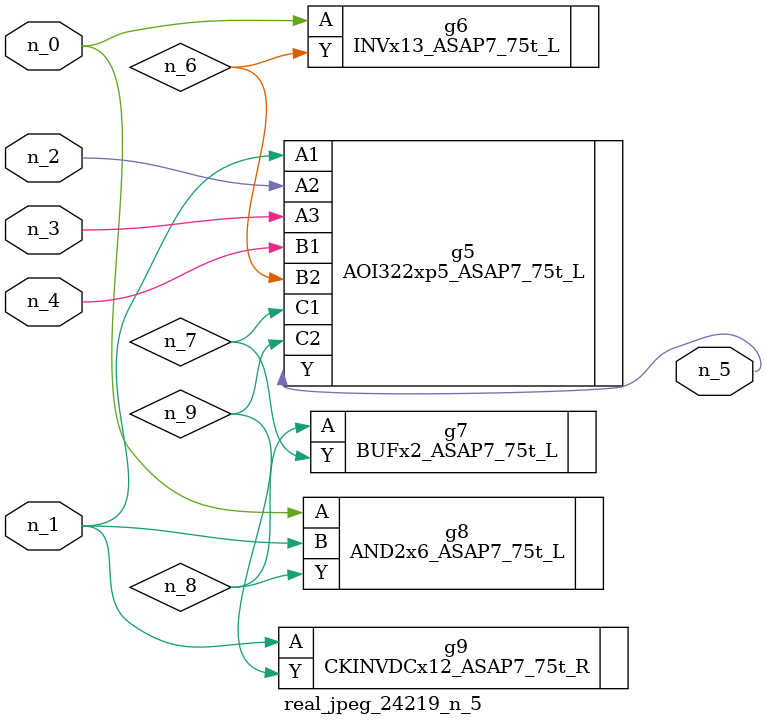
<source format=v>
module real_jpeg_24219_n_5 (n_4, n_0, n_1, n_2, n_3, n_5);

input n_4;
input n_0;
input n_1;
input n_2;
input n_3;

output n_5;

wire n_8;
wire n_6;
wire n_7;
wire n_9;

INVx13_ASAP7_75t_L g6 ( 
.A(n_0),
.Y(n_6)
);

AND2x6_ASAP7_75t_L g8 ( 
.A(n_0),
.B(n_1),
.Y(n_8)
);

AOI322xp5_ASAP7_75t_L g5 ( 
.A1(n_1),
.A2(n_2),
.A3(n_3),
.B1(n_4),
.B2(n_6),
.C1(n_7),
.C2(n_9),
.Y(n_5)
);

CKINVDCx12_ASAP7_75t_R g9 ( 
.A(n_1),
.Y(n_9)
);

BUFx2_ASAP7_75t_L g7 ( 
.A(n_8),
.Y(n_7)
);


endmodule
</source>
